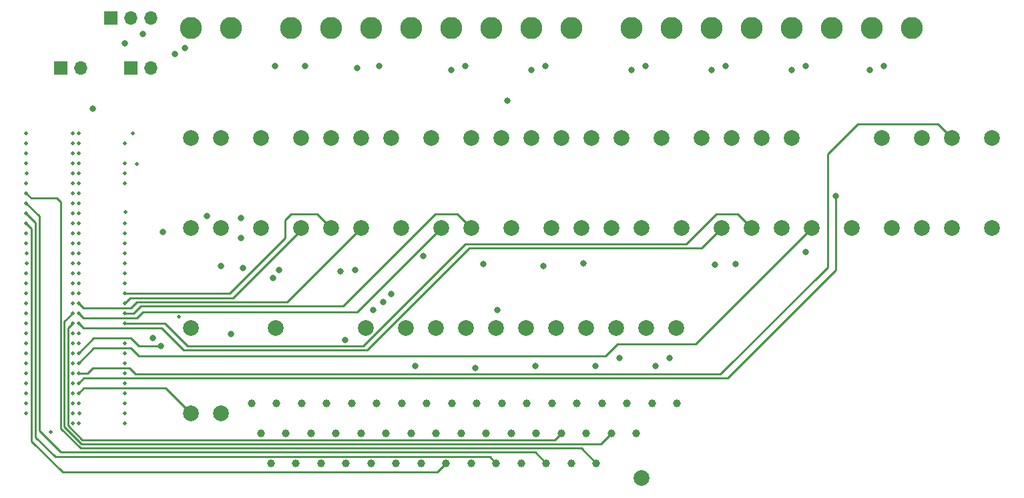
<source format=gbr>
%TF.GenerationSoftware,KiCad,Pcbnew,(6.0.5)*%
%TF.CreationDate,2023-01-12T09:35:20-05:00*%
%TF.ProjectId,breakout,62726561-6b6f-4757-942e-6b696361645f,rev?*%
%TF.SameCoordinates,Original*%
%TF.FileFunction,Copper,L6,Inr*%
%TF.FilePolarity,Positive*%
%FSLAX46Y46*%
G04 Gerber Fmt 4.6, Leading zero omitted, Abs format (unit mm)*
G04 Created by KiCad (PCBNEW (6.0.5)) date 2023-01-12 09:35:20*
%MOMM*%
%LPD*%
G01*
G04 APERTURE LIST*
%TA.AperFunction,ComponentPad*%
%ADD10C,2.000000*%
%TD*%
%TA.AperFunction,ComponentPad*%
%ADD11C,1.000000*%
%TD*%
%TA.AperFunction,ComponentPad*%
%ADD12C,2.800000*%
%TD*%
%TA.AperFunction,ComponentPad*%
%ADD13R,1.700000X1.700000*%
%TD*%
%TA.AperFunction,ComponentPad*%
%ADD14O,1.700000X1.700000*%
%TD*%
%TA.AperFunction,ViaPad*%
%ADD15C,0.500000*%
%TD*%
%TA.AperFunction,ViaPad*%
%ADD16C,0.800000*%
%TD*%
%TA.AperFunction,Conductor*%
%ADD17C,0.250000*%
%TD*%
G04 APERTURE END LIST*
D10*
%TO.N,/SEP3_RET*%
%TO.C,TP28*%
X128905000Y-105410000D03*
%TD*%
D11*
%TO.N,/H2-13*%
%TO.C,TP9*%
X116840000Y-118745000D03*
%TD*%
%TO.N,/H2-3*%
%TO.C,TP4*%
X97790000Y-118745000D03*
%TD*%
%TO.N,/H1-42*%
%TO.C,TP83*%
X134685000Y-114935000D03*
%TD*%
%TO.N,/H2-4*%
%TO.C,TP94*%
X100965000Y-118745000D03*
%TD*%
%TO.N,/H2-16*%
%TO.C,TP100*%
X126365000Y-118745000D03*
%TD*%
D10*
%TO.N,/+X_SOLAR_TLE*%
%TO.C,TP91*%
X96520000Y-81280000D03*
%TD*%
D11*
%TO.N,/H2-42*%
%TO.C,TP113*%
X127635000Y-122555000D03*
%TD*%
D10*
%TO.N,/USER_3*%
%TO.C,TP87*%
X179070000Y-92710000D03*
%TD*%
%TO.N,/MOSI*%
%TO.C,TP44*%
X100330000Y-92710000D03*
%TD*%
D11*
%TO.N,/H2-17*%
%TO.C,TP11*%
X129540000Y-118745000D03*
%TD*%
D10*
%TO.N,/VBATT-*%
%TO.C,TP105*%
X144145000Y-105410000D03*
%TD*%
%TO.N,/SEP2_RET*%
%TO.C,TP88*%
X121285000Y-105410000D03*
%TD*%
D12*
%TO.N,/5V_RF*%
%TO.C,TP49*%
X148590000Y-67310000D03*
%TD*%
D10*
%TO.N,/SEP4*%
%TO.C,TP120*%
X132715000Y-105410000D03*
%TD*%
D13*
%TO.N,Net-(P1-Pad1)*%
%TO.C,P1*%
X72390000Y-66040000D03*
D14*
%TO.N,Net-(P1-Pad2)*%
X74930000Y-66040000D03*
%TO.N,Net-(P1-Pad3)*%
X77470000Y-66040000D03*
%TD*%
D11*
%TO.N,/H2-35*%
%TO.C,TP20*%
X105410000Y-122555000D03*
%TD*%
D10*
%TO.N,/RX_2*%
%TO.C,TP42*%
X118110000Y-92710000D03*
%TD*%
D11*
%TO.N,/H1-25*%
%TO.C,TP45*%
X109285000Y-114935000D03*
%TD*%
D13*
%TO.N,Net-(P3-Pad1)*%
%TO.C,P3*%
X74930000Y-72390000D03*
D14*
%TO.N,Net-(P3-Pad2)*%
X77470000Y-72390000D03*
%TD*%
D11*
%TO.N,/H2-20*%
%TO.C,TP102*%
X139065000Y-118745000D03*
%TD*%
D10*
%TO.N,/SEP3*%
%TO.C,TP30*%
X125095000Y-105410000D03*
%TD*%
%TO.N,/GND*%
%TO.C,TP116*%
X166370000Y-92710000D03*
%TD*%
%TO.N,/GND*%
%TO.C,TP116*%
X91440000Y-92710000D03*
%TD*%
D11*
%TO.N,/H2-9*%
%TO.C,TP7*%
X104140000Y-118745000D03*
%TD*%
%TO.N,/H1-31*%
%TO.C,TP48*%
X121985000Y-114935000D03*
%TD*%
%TO.N,/H1-27*%
%TO.C,TP46*%
X112460000Y-114935000D03*
%TD*%
D10*
%TO.N,/CTS_3*%
%TO.C,TP80*%
X135890000Y-92710000D03*
%TD*%
D11*
%TO.N,/H2-39*%
%TO.C,TP22*%
X118110000Y-122555000D03*
%TD*%
D12*
%TO.N,/+Y_SOLAR_PWR*%
%TO.C,TP60*%
X105410000Y-67310000D03*
%TD*%
D11*
%TO.N,/H2-19*%
%TO.C,TP12*%
X135890000Y-118745000D03*
%TD*%
%TO.N,/H2-41*%
%TO.C,TP23*%
X124460000Y-122555000D03*
%TD*%
%TO.N,/H2-15*%
%TO.C,TP10*%
X123190000Y-118745000D03*
%TD*%
%TO.N,/H1-24*%
%TO.C,TP74*%
X106110000Y-114935000D03*
%TD*%
D10*
%TO.N,/GND*%
%TO.C,TP116*%
X91440000Y-81280000D03*
%TD*%
%TO.N,/IRR_ON_OFF*%
%TO.C,TP66*%
X179070000Y-81280000D03*
%TD*%
%TO.N,/GND*%
%TO.C,TP116*%
X142240000Y-81280000D03*
%TD*%
%TO.N,/+Y_SOLAR_TLE*%
%TO.C,TP59*%
X100330000Y-81280000D03*
%TD*%
D11*
%TO.N,/H2-10*%
%TO.C,TP97*%
X107315000Y-118745000D03*
%TD*%
D12*
%TO.N,/GND*%
%TO.C,TP108*%
X143510000Y-67310000D03*
%TD*%
D11*
%TO.N,/H2-43*%
%TO.C,TP24*%
X130810000Y-122555000D03*
%TD*%
D10*
%TO.N,/SEP2*%
%TO.C,TP61*%
X117475000Y-105410000D03*
%TD*%
D12*
%TO.N,/-Z_SOLAR_RTN*%
%TO.C,TP32*%
X130810000Y-67310000D03*
%TD*%
D11*
%TO.N,/H2-14*%
%TO.C,TP99*%
X120015000Y-118745000D03*
%TD*%
D10*
%TO.N,/PB18*%
%TO.C,TP13*%
X86360000Y-116205000D03*
%TD*%
D12*
%TO.N,/+X_SOLAR_RTN*%
%TO.C,TP62*%
X100330000Y-67310000D03*
%TD*%
D10*
%TO.N,/AIN11*%
%TO.C,TP95*%
X133350000Y-81280000D03*
%TD*%
D12*
%TO.N,/-Z_SOLAR_PWR*%
%TO.C,TP2*%
X125730000Y-67310000D03*
%TD*%
D11*
%TO.N,/H2-12*%
%TO.C,TP98*%
X113665000Y-118745000D03*
%TD*%
D10*
%TO.N,/AIN10*%
%TO.C,TP5*%
X129540000Y-81280000D03*
%TD*%
%TO.N,/TX_3*%
%TO.C,TP82*%
X128270000Y-92710000D03*
%TD*%
D12*
%TO.N,/3V3*%
%TO.C,TP16*%
X138430000Y-67310000D03*
%TD*%
D10*
%TO.N,/MB_PC03*%
%TO.C,TP64*%
X82550000Y-116205000D03*
%TD*%
%TO.N,/BUS_RESET*%
%TO.C,TP47*%
X93345000Y-105410000D03*
%TD*%
%TO.N,/SCL*%
%TO.C,TP54*%
X82550000Y-92710000D03*
%TD*%
D11*
%TO.N,/H1-37*%
%TO.C,TP51*%
X128335000Y-114935000D03*
%TD*%
%TO.N,/H1-38*%
%TO.C,TP81*%
X131510000Y-114935000D03*
%TD*%
D10*
%TO.N,/SCK*%
%TO.C,TP43*%
X96520000Y-92710000D03*
%TD*%
D11*
%TO.N,/H2-37*%
%TO.C,TP21*%
X111760000Y-122555000D03*
%TD*%
D10*
%TO.N,/USER_2*%
%TO.C,TP57*%
X175260000Y-92710000D03*
%TD*%
D11*
%TO.N,/H1-45*%
%TO.C,TP55*%
X141035000Y-114935000D03*
%TD*%
%TO.N,/H1-46*%
%TO.C,TP85*%
X144210000Y-114935000D03*
%TD*%
D12*
%TO.N,/+Y_SOLAR_RTN*%
%TO.C,TP29*%
X110490000Y-67310000D03*
%TD*%
D11*
%TO.N,/H1-44*%
%TO.C,TP84*%
X137860000Y-114935000D03*
%TD*%
D10*
%TO.N,/CTS_4*%
%TO.C,TP37*%
X157480000Y-92710000D03*
%TD*%
D11*
%TO.N,/H1-13*%
%TO.C,TP39*%
X96585000Y-114935000D03*
%TD*%
D10*
%TO.N,/VBURN2*%
%TO.C,TP63*%
X86360000Y-81280000D03*
%TD*%
%TO.N,/GND*%
%TO.C,TP116*%
X113030000Y-81280000D03*
%TD*%
%TO.N,/RX_3*%
%TO.C,TP52*%
X132080000Y-92710000D03*
%TD*%
%TO.N,/-Z_SOLAR_TLE*%
%TO.C,TP1*%
X107950000Y-81280000D03*
%TD*%
D11*
%TO.N,/H2-38*%
%TO.C,TP111*%
X114935000Y-122555000D03*
%TD*%
D10*
%TO.N,/RBF*%
%TO.C,TP40*%
X140335000Y-105410000D03*
%TD*%
%TO.N,/GND*%
%TO.C,TP116*%
X109220000Y-92710000D03*
%TD*%
%TO.N,/AIN4*%
%TO.C,TP6*%
X121920000Y-81280000D03*
%TD*%
D12*
%TO.N,/-X_SOLAR_PWR*%
%TO.C,TP90*%
X115570000Y-67310000D03*
%TD*%
D11*
%TO.N,/H2-40*%
%TO.C,TP112*%
X121285000Y-122555000D03*
%TD*%
D10*
%TO.N,/VBURN1*%
%TO.C,TP33*%
X82550000Y-81280000D03*
%TD*%
D11*
%TO.N,/H1-12*%
%TO.C,TP68*%
X93410000Y-114935000D03*
%TD*%
D10*
%TO.N,/GND*%
%TO.C,TP116*%
X184150000Y-81280000D03*
%TD*%
D11*
%TO.N,/H1-34*%
%TO.C,TP79*%
X125160000Y-114935000D03*
%TD*%
D13*
%TO.N,Net-(P2-Pad1)*%
%TO.C,P2*%
X66040000Y-72390000D03*
D14*
%TO.N,Net-(P2-Pad2)*%
X68580000Y-72390000D03*
%TD*%
D10*
%TO.N,/PICO_PW_EN*%
%TO.C,TP103*%
X151130000Y-81280000D03*
%TD*%
%TO.N,/GND*%
%TO.C,TP116*%
X144780000Y-92710000D03*
%TD*%
%TO.N,/TX_2*%
%TO.C,TP72*%
X114300000Y-92710000D03*
%TD*%
D11*
%TO.N,/H2-1*%
%TO.C,TP3*%
X91440000Y-118745000D03*
%TD*%
D10*
%TO.N,/GND*%
%TO.C,TP116*%
X139700000Y-124460000D03*
%TD*%
D11*
%TO.N,/H2-34*%
%TO.C,TP109*%
X102235000Y-122555000D03*
%TD*%
%TO.N,/H1-14*%
%TO.C,TP69*%
X99760000Y-114935000D03*
%TD*%
D10*
%TO.N,/AIN7*%
%TO.C,TP96*%
X125730000Y-81280000D03*
%TD*%
%TO.N,/IRR_PW_EN*%
%TO.C,TP36*%
X175260000Y-81280000D03*
%TD*%
D11*
%TO.N,/H2-36*%
%TO.C,TP110*%
X108585000Y-122555000D03*
%TD*%
%TO.N,/H2-18*%
%TO.C,TP101*%
X132715000Y-118745000D03*
%TD*%
D10*
%TO.N,/TX_4*%
%TO.C,TP71*%
X149860000Y-92710000D03*
%TD*%
%TO.N,/3V3REF*%
%TO.C,TP75*%
X118110000Y-81280000D03*
%TD*%
D11*
%TO.N,/H2-2*%
%TO.C,TP93*%
X94615000Y-118745000D03*
%TD*%
%TO.N,/H1-16*%
%TO.C,TP70*%
X102935000Y-114935000D03*
%TD*%
%TO.N,/H2-11*%
%TO.C,TP8*%
X110490000Y-118745000D03*
%TD*%
D10*
%TO.N,/SELF_TEST*%
%TO.C,TP56*%
X82550000Y-105410000D03*
%TD*%
D12*
%TO.N,/5V_USB*%
%TO.C,TP78*%
X168910000Y-67310000D03*
%TD*%
D10*
%TO.N,/SEP1*%
%TO.C,TP31*%
X109855000Y-105410000D03*
%TD*%
D11*
%TO.N,/H2-23*%
%TO.C,TP14*%
X92710000Y-122555000D03*
%TD*%
D12*
%TO.N,/VBATT-*%
%TO.C,TP27*%
X87630000Y-67310000D03*
%TD*%
D10*
%TO.N,/GND*%
%TO.C,TP116*%
X184150000Y-92710000D03*
%TD*%
D12*
%TO.N,/GND*%
%TO.C,TP107*%
X153670000Y-67310000D03*
%TD*%
D10*
%TO.N,/PYLD_SERVO_PWR_CTRL*%
%TO.C,TP35*%
X154940000Y-81280000D03*
%TD*%
D11*
%TO.N,/H2-24*%
%TO.C,TP104*%
X95885000Y-122555000D03*
%TD*%
D12*
%TO.N,/-X_SOLAR_RTN*%
%TO.C,TP119*%
X120650000Y-67310000D03*
%TD*%
%TO.N,/VBATT+*%
%TO.C,TP25*%
X82550000Y-67310000D03*
%TD*%
%TO.N,/+X_SOLAR_PWR*%
%TO.C,TP92*%
X95250000Y-67310000D03*
%TD*%
D10*
%TO.N,/USER_1*%
%TO.C,TP86*%
X171450000Y-92710000D03*
%TD*%
D11*
%TO.N,/H2-33*%
%TO.C,TP19*%
X99060000Y-122555000D03*
%TD*%
%TO.N,/H1-3*%
%TO.C,TP34*%
X90235000Y-114935000D03*
%TD*%
%TO.N,/H1-28*%
%TO.C,TP76*%
X115635000Y-114935000D03*
%TD*%
D10*
%TO.N,/GND*%
%TO.C,TP116*%
X104775000Y-105410000D03*
%TD*%
D12*
%TO.N,/GND*%
%TO.C,TP17*%
X163830000Y-67310000D03*
%TD*%
D10*
%TO.N,/MISO*%
%TO.C,TP73*%
X104140000Y-92710000D03*
%TD*%
%TO.N,/SEP1_RET*%
%TO.C,TP58*%
X113665000Y-105410000D03*
%TD*%
%TO.N,/RTS_4*%
%TO.C,TP67*%
X161290000Y-92710000D03*
%TD*%
%TO.N,/RTS_3*%
%TO.C,TP50*%
X139700000Y-92710000D03*
%TD*%
%TO.N,/-X_SOLAR_TLE*%
%TO.C,TP89*%
X104140000Y-81280000D03*
%TD*%
%TO.N,/AGND*%
%TO.C,TP18*%
X137160000Y-81280000D03*
%TD*%
D12*
%TO.N,/5V_PYLD*%
%TO.C,TP15*%
X158750000Y-67310000D03*
%TD*%
D10*
%TO.N,/PYLD_RST*%
%TO.C,TP65*%
X158750000Y-81280000D03*
%TD*%
%TO.N,/PYLD_PW_EN*%
%TO.C,TP38*%
X147320000Y-81280000D03*
%TD*%
%TO.N,/RX_4*%
%TO.C,TP41*%
X153670000Y-92710000D03*
%TD*%
%TO.N,/GND*%
%TO.C,TP116*%
X170180000Y-81280000D03*
%TD*%
%TO.N,/SEP4_RET*%
%TO.C,TP118*%
X136525000Y-105410000D03*
%TD*%
D11*
%TO.N,/H2-44*%
%TO.C,TP114*%
X133985000Y-122555000D03*
%TD*%
D12*
%TO.N,/GND*%
%TO.C,TP26*%
X173990000Y-67310000D03*
%TD*%
D10*
%TO.N,/SDA*%
%TO.C,TP53*%
X86360000Y-92710000D03*
%TD*%
D11*
%TO.N,/H1-30*%
%TO.C,TP77*%
X118810000Y-114935000D03*
%TD*%
D10*
%TO.N,/GND*%
%TO.C,TP116*%
X123190000Y-92710000D03*
%TD*%
D15*
%TO.N,/GND*%
X61722000Y-85726790D03*
D16*
%TO.N,Net-(D15-Pad2)*%
X132334000Y-97155000D03*
D15*
%TO.N,/GND*%
X61722000Y-95886790D03*
X61722000Y-97156790D03*
%TO.N,/VBATT-*%
X61687000Y-84456790D03*
D16*
X70104000Y-77560689D03*
D15*
X67537506Y-84453140D03*
D16*
%TO.N,Net-(D1-Pad2)*%
X110998000Y-110201700D03*
%TO.N,Net-(D2-Pad2)*%
X118618000Y-110490000D03*
%TO.N,Net-(D3-Pad2)*%
X126238000Y-110236000D03*
D15*
%TO.N,/GND*%
X67537506Y-97153140D03*
X67537506Y-85723140D03*
D16*
%TO.N,Net-(D4-Pad2)*%
X86360000Y-97536000D03*
%TO.N,Net-(D5-Pad2)*%
X133858000Y-110236000D03*
%TO.N,Net-(D6-Pad2)*%
X141478000Y-110236000D03*
D15*
%TO.N,/VBATT+*%
X67537506Y-86993140D03*
X61687000Y-86996790D03*
D16*
X74168000Y-69215000D03*
%TO.N,Net-(D7-Pad2)*%
X101496500Y-98147500D03*
%TO.N,Net-(D8-Pad2)*%
X80518000Y-70612000D03*
%TO.N,Net-(D9-Pad2)*%
X103378000Y-98044000D03*
%TO.N,Net-(D10-Pad2)*%
X93218000Y-72136000D03*
%TO.N,Net-(D11-Pad2)*%
X119634000Y-97282000D03*
%TO.N,Net-(D12-Pad2)*%
X103632000Y-72390000D03*
%TO.N,Net-(D13-Pad2)*%
X112014000Y-96266000D03*
%TO.N,Net-(D14-Pad2)*%
X115570000Y-72644000D03*
%TO.N,Net-(D16-Pad1)*%
X127508000Y-72136000D03*
%TO.N,Net-(D17-Pad2)*%
X127254000Y-97536000D03*
%TO.N,Net-(D18-Pad1)*%
X140208000Y-72136000D03*
%TO.N,Net-(D18-Pad2)*%
X138430000Y-72644000D03*
%TO.N,Net-(D19-Pad2)*%
X151638000Y-97282000D03*
%TO.N,Net-(D20-Pad1)*%
X160528000Y-72136000D03*
%TO.N,Net-(D20-Pad2)*%
X158750000Y-72644000D03*
%TO.N,Net-(D21-Pad2)*%
X149037769Y-97342231D03*
%TO.N,Net-(D22-Pad1)*%
X150368000Y-72136000D03*
%TO.N,Net-(D22-Pad2)*%
X148590000Y-72644000D03*
%TO.N,Net-(D6-Pad1)*%
X143256000Y-109220000D03*
%TO.N,Net-(D8-Pad1)*%
X81788000Y-69850000D03*
%TO.N,Net-(D10-Pad1)*%
X97028000Y-72136000D03*
%TO.N,Net-(D12-Pad1)*%
X106426000Y-72136000D03*
%TO.N,Net-(D14-Pad1)*%
X117348000Y-72136000D03*
%TO.N,Net-(D16-Pad2)*%
X125730000Y-72644000D03*
D15*
%TO.N,/SEP1*%
X74203000Y-117473210D03*
%TO.N,/SEP2*%
X68326000Y-117475000D03*
%TO.N,/SEP3*%
X67537506Y-80643140D03*
%TO.N,/SEP4*%
X61687000Y-80646790D03*
%TO.N,/RBF*%
X81026000Y-103955700D03*
%TO.N,/MOSI*%
X74201210Y-100965000D03*
%TO.N,/MISO*%
X68326000Y-102235000D03*
%TO.N,/+X_SOLAR_PWR*%
X61687000Y-116206790D03*
%TO.N,/RX_2*%
X74203000Y-103503210D03*
%TO.N,/+Y_SOLAR_PWR*%
X75184000Y-80643210D03*
%TO.N,/TX_2*%
X68326000Y-103505000D03*
%TO.N,/-X_SOLAR_PWR*%
X68326000Y-80645000D03*
%TO.N,/RX_3*%
X74283512Y-90619966D03*
%TO.N,/-Z_SOLAR_PWR*%
X67537506Y-116203140D03*
%TO.N,/TX_3*%
X68326000Y-90805000D03*
%TO.N,/3V3*%
X67537506Y-98423140D03*
X61687000Y-98426790D03*
%TO.N,/RX_4*%
X74203000Y-104773210D03*
%TO.N,/5V_PYLD*%
X61687000Y-99696790D03*
X67537506Y-99693140D03*
%TO.N,/TX_4*%
X68326000Y-104775000D03*
%TO.N,/5V_RF*%
X74203000Y-94613210D03*
%TO.N,/SEP4_RET*%
X61687000Y-83186790D03*
%TO.N,/SEP3_RET*%
X67537506Y-83183140D03*
%TO.N,/SEP2_RET*%
X68326000Y-83185000D03*
%TO.N,/SEP1_RET*%
X75696367Y-84514779D03*
%TO.N,/SELF_TEST*%
X74203000Y-85723210D03*
%TO.N,/BUS_RESET*%
X74203000Y-97153210D03*
%TO.N,/-Z_SOLAR_TLE*%
X67537506Y-117473140D03*
%TO.N,/H2-1*%
X67537506Y-114933140D03*
%TO.N,/H2-3*%
X67537506Y-113663140D03*
%TO.N,/AIN10*%
X67537506Y-112393140D03*
%TO.N,/AIN4*%
X67537506Y-111123140D03*
%TO.N,/H2-9*%
X67537506Y-109853140D03*
%TO.N,/H2-11*%
X67537506Y-108583140D03*
%TO.N,/H2-13*%
X67537506Y-107313140D03*
%TO.N,/H2-15*%
X67537506Y-106043140D03*
%TO.N,/H2-17*%
X67537506Y-104773140D03*
%TO.N,/H2-19*%
X67537506Y-103503140D03*
%TO.N,/PB18*%
X67537506Y-102233140D03*
%TO.N,/H2-23*%
X67537506Y-100963140D03*
%TO.N,/AGND*%
X67537506Y-95883140D03*
%TO.N,/H2-33*%
X67537506Y-94613140D03*
%TO.N,/H2-35*%
X67537506Y-93343140D03*
D16*
X102108000Y-106934000D03*
X89154000Y-97790000D03*
D15*
%TO.N,/H2-37*%
X67537506Y-92073140D03*
D16*
X105664000Y-103124000D03*
X78994000Y-93218000D03*
%TO.N,/H2-39*%
X84582000Y-91186000D03*
X106934000Y-102108000D03*
D15*
X67537506Y-90803140D03*
%TO.N,/H2-41*%
X67537506Y-89533140D03*
D16*
X88900000Y-91440000D03*
X107950000Y-101092000D03*
D15*
%TO.N,/H2-43*%
X67537506Y-88263140D03*
%TO.N,/+Y_SOLAR_RTN*%
X67537506Y-81913140D03*
%TO.N,/-Z_SOLAR_RTN*%
X74203000Y-116203210D03*
%TO.N,/VBURN1*%
X74203000Y-114933210D03*
%TO.N,/H1-3*%
X74203000Y-113663210D03*
%TO.N,/PYLD_SERVO_PWR_CTRL*%
X74203000Y-112393210D03*
%TO.N,/IRR_PW_EN*%
X74203000Y-111123210D03*
%TO.N,/CTS_4*%
X74203000Y-109853210D03*
%TO.N,/PYLD_PW_EN*%
X74203000Y-108583210D03*
%TO.N,/H1-13*%
X74203000Y-107313210D03*
%TO.N,/SCK*%
X74203000Y-102233210D03*
%TO.N,/H1-25*%
X74203000Y-99693210D03*
%TO.N,/H1-27*%
X74203000Y-98423210D03*
%TO.N,/H1-31*%
X74203000Y-95883210D03*
%TO.N,/RTS_3*%
X74203000Y-93343210D03*
%TO.N,/H1-37*%
X74203000Y-92073210D03*
%TO.N,/H1-45*%
X74203000Y-86993210D03*
%TO.N,/USER_2*%
X74203000Y-84453210D03*
%TO.N,/+Y_SOLAR_TLE*%
X74203000Y-81913210D03*
%TO.N,/+X_SOLAR_RTN*%
X68378452Y-116218113D03*
%TO.N,/VBURN2*%
X68326000Y-114935000D03*
%TO.N,/MB_PC03*%
X68326000Y-113665000D03*
%TO.N,/PYLD_RST*%
X68326000Y-112395000D03*
D16*
X164338000Y-88646000D03*
D15*
%TO.N,/IRR_ON_OFF*%
X68326000Y-111125000D03*
%TO.N,/RTS_4*%
X68326000Y-109855000D03*
%TO.N,/H1-12*%
X68326000Y-108585000D03*
D16*
X78740000Y-107696000D03*
%TO.N,/H1-14*%
X77724000Y-106680000D03*
D15*
X68326000Y-107315000D03*
%TO.N,/H1-16*%
X68326000Y-106045000D03*
D16*
X87630000Y-106172000D03*
D15*
%TO.N,/H1-24*%
X68326000Y-100965000D03*
%TO.N,/3V3REF*%
X68326000Y-99695000D03*
D16*
%TO.N,/H1-28*%
X92964000Y-99057521D03*
D15*
X68326000Y-98425000D03*
%TO.N,/H1-30*%
X68326000Y-97155000D03*
D16*
X93726000Y-98044000D03*
D15*
%TO.N,/5V_USB*%
X68326000Y-95885000D03*
D16*
X76454000Y-68072000D03*
%TO.N,/H1-34*%
X88900000Y-93980000D03*
D15*
X68326000Y-94615000D03*
%TO.N,/CTS_3*%
X68326000Y-93345000D03*
%TO.N,/H1-38*%
X68326000Y-92075000D03*
%TO.N,/H1-42*%
X68326000Y-89535000D03*
%TO.N,/H1-44*%
X68326000Y-88265000D03*
%TO.N,/H1-46*%
X68326000Y-86995000D03*
%TO.N,/USER_1*%
X68326000Y-85725000D03*
%TO.N,/USER_3*%
X68326000Y-84455000D03*
%TO.N,/-X_SOLAR_TLE*%
X68326000Y-81915000D03*
%TO.N,/+X_SOLAR_TLE*%
X64794735Y-118618000D03*
%TO.N,/H2-2*%
X61687000Y-114936790D03*
%TO.N,/H2-4*%
X61687000Y-113666790D03*
%TO.N,/AIN11*%
X61687000Y-112396790D03*
%TO.N,/AIN7*%
X61687000Y-111126790D03*
%TO.N,/H2-10*%
X61687000Y-109856790D03*
%TO.N,/H2-12*%
X61687000Y-108586790D03*
%TO.N,/H2-14*%
X61687000Y-107316790D03*
%TO.N,/H2-16*%
X61687000Y-106046790D03*
%TO.N,/H2-18*%
X61687000Y-104776790D03*
%TO.N,/H2-20*%
X61687000Y-103506790D03*
%TO.N,/PICO_PW_EN*%
X61687000Y-102236790D03*
%TO.N,/H2-24*%
X61687000Y-100966790D03*
%TO.N,/H2-34*%
X61687000Y-94616790D03*
%TO.N,/H2-36*%
X61687000Y-93346790D03*
%TO.N,/H2-38*%
X61687000Y-92076790D03*
%TO.N,/H2-40*%
X61687000Y-90806790D03*
%TO.N,/H2-42*%
X61687000Y-89536790D03*
%TO.N,/H2-44*%
X61687000Y-88266790D03*
%TO.N,/-X_SOLAR_RTN*%
X61687000Y-81916790D03*
D16*
%TO.N,/LED_RET_2*%
X136906000Y-109220000D03*
X121412000Y-103124000D03*
X122682000Y-76488300D03*
%TO.N,/LED_RET_1*%
X160528000Y-95758000D03*
%TO.N,Net-(D23-Pad1)*%
X170434000Y-72136000D03*
%TO.N,Net-(D23-Pad2)*%
X168656000Y-72644000D03*
%TD*%
D17*
%TO.N,/H2-40*%
X62852985Y-91972775D02*
X61687000Y-90806790D01*
X62852985Y-119240985D02*
X62852985Y-91972775D01*
X65339289Y-121727289D02*
X62852985Y-119240985D01*
X121285000Y-122555000D02*
X120457289Y-121727289D01*
X120457289Y-121727289D02*
X65339289Y-121727289D01*
%TO.N,/H2-38*%
X62360407Y-119764407D02*
X62360407Y-92750197D01*
X66294000Y-123698000D02*
X62360407Y-119764407D01*
X62360407Y-92750197D02*
X61687000Y-92076790D01*
X113792000Y-123698000D02*
X66294000Y-123698000D01*
X114935000Y-122555000D02*
X113792000Y-123698000D01*
%TO.N,/H2-42*%
X126238000Y-121158000D02*
X127635000Y-122555000D01*
X63331287Y-118449287D02*
X66040000Y-121158000D01*
X63331287Y-91181077D02*
X63331287Y-118449287D01*
X61687000Y-89536790D02*
X63331287Y-91181077D01*
X66040000Y-121158000D02*
X126238000Y-121158000D01*
%TO.N,/RX_4*%
X82169000Y-107696000D02*
X79246210Y-104773210D01*
X79246210Y-104773210D02*
X74203000Y-104773210D01*
X104394000Y-107696000D02*
X82169000Y-107696000D01*
X117348000Y-94742000D02*
X104394000Y-107696000D01*
X151892000Y-90932000D02*
X149225000Y-90932000D01*
X149225000Y-90932000D02*
X145415000Y-94742000D01*
X153670000Y-92710000D02*
X151892000Y-90932000D01*
X145415000Y-94742000D02*
X117348000Y-94742000D01*
%TO.N,/TX_4*%
X68958521Y-105407521D02*
X68326000Y-104775000D01*
X81661000Y-108204000D02*
X78864521Y-105407521D01*
X78864521Y-105407521D02*
X68958521Y-105407521D01*
X117856000Y-95250000D02*
X104902000Y-108204000D01*
X104902000Y-108204000D02*
X81661000Y-108204000D01*
X149860000Y-92710000D02*
X147320000Y-95250000D01*
X147320000Y-95250000D02*
X117856000Y-95250000D01*
%TO.N,/TX_2*%
X76454000Y-103378000D02*
X103632000Y-103378000D01*
X103632000Y-103378000D02*
X114300000Y-92710000D01*
X75694479Y-104137521D02*
X76454000Y-103378000D01*
X68958521Y-104137521D02*
X75694479Y-104137521D01*
X68326000Y-103505000D02*
X68958521Y-104137521D01*
%TO.N,/RX_2*%
X75312790Y-103503210D02*
X74203000Y-103503210D01*
X101854000Y-102616000D02*
X76200000Y-102616000D01*
X113538000Y-90932000D02*
X101854000Y-102616000D01*
X116332000Y-90932000D02*
X113538000Y-90932000D01*
X118110000Y-92710000D02*
X116332000Y-90932000D01*
X76200000Y-102616000D02*
X75312790Y-103503210D01*
%TO.N,/MISO*%
X94742000Y-102108000D02*
X104140000Y-92710000D01*
X75692000Y-102108000D02*
X94742000Y-102108000D01*
X68961000Y-102870000D02*
X74930000Y-102870000D01*
X74930000Y-102870000D02*
X75692000Y-102108000D01*
X68326000Y-102235000D02*
X68961000Y-102870000D01*
%TO.N,/SCK*%
X87884000Y-101600000D02*
X74836210Y-101600000D01*
X96520000Y-92964000D02*
X87884000Y-101600000D01*
X74836210Y-101600000D02*
X74203000Y-102233210D01*
%TO.N,/IRR_ON_OFF*%
X177292000Y-79502000D02*
X179070000Y-81280000D01*
X149705668Y-111252000D02*
X163322000Y-97635668D01*
X163322000Y-83312000D02*
X167132000Y-79502000D01*
X75547399Y-111252000D02*
X149705668Y-111252000D01*
X74787878Y-110492479D02*
X75547399Y-111252000D01*
X70101521Y-110492479D02*
X74787878Y-110492479D01*
X167132000Y-79502000D02*
X177292000Y-79502000D01*
X68326000Y-111125000D02*
X69469000Y-111125000D01*
X69469000Y-111125000D02*
X70101521Y-110492479D01*
X163322000Y-97635668D02*
X163322000Y-83312000D01*
%TO.N,/H2-19*%
X68686418Y-120126660D02*
X66507075Y-117947317D01*
X66507075Y-117947317D02*
X66507075Y-104533571D01*
X134508340Y-120126660D02*
X68686418Y-120126660D01*
X66507075Y-104533571D02*
X67537506Y-103503140D01*
X135890000Y-118745000D02*
X134508340Y-120126660D01*
%TO.N,/H2-44*%
X65535042Y-88897521D02*
X62317731Y-88897521D01*
X66040000Y-89402479D02*
X65535042Y-88897521D01*
X62317731Y-88897521D02*
X61687000Y-88266790D01*
X68569516Y-120650000D02*
X66040000Y-118120484D01*
X132080000Y-120650000D02*
X68569516Y-120650000D01*
X133985000Y-122555000D02*
X132080000Y-120650000D01*
X66040000Y-118120484D02*
X66040000Y-89402479D01*
%TO.N,/MOSI*%
X100330000Y-92710000D02*
X98552000Y-90932000D01*
X95250000Y-90932000D02*
X94488000Y-91694000D01*
X94488000Y-93980000D02*
X87503000Y-100965000D01*
X87503000Y-100965000D02*
X74201210Y-100965000D01*
X98552000Y-90932000D02*
X95250000Y-90932000D01*
X94488000Y-91694000D02*
X94488000Y-93980000D01*
%TO.N,/H2-17*%
X66959795Y-105350851D02*
X67537506Y-104773140D01*
X128712289Y-119572711D02*
X68772711Y-119572711D01*
X129540000Y-118745000D02*
X128712289Y-119572711D01*
X68772711Y-119572711D02*
X66959795Y-117759795D01*
X66959795Y-117759795D02*
X66959795Y-105350851D01*
%TO.N,/MB_PC03*%
X68326000Y-113665000D02*
X68963479Y-113027521D01*
X79372521Y-113027521D02*
X82550000Y-116205000D01*
X68963479Y-113027521D02*
X79372521Y-113027521D01*
%TO.N,/PYLD_RST*%
X150622000Y-111760000D02*
X164338000Y-98044000D01*
X68961000Y-111760000D02*
X150622000Y-111760000D01*
X68326000Y-112395000D02*
X68961000Y-111760000D01*
X164338000Y-98044000D02*
X164338000Y-88646000D01*
%TO.N,/RTS_4*%
X135128000Y-108966000D02*
X75946000Y-108966000D01*
X161290000Y-92710000D02*
X146558000Y-107442000D01*
X136652000Y-107442000D02*
X135128000Y-108966000D01*
X70231000Y-107950000D02*
X68326000Y-109855000D01*
X74930000Y-107950000D02*
X70231000Y-107950000D01*
X75946000Y-108966000D02*
X74930000Y-107950000D01*
X146558000Y-107442000D02*
X136652000Y-107442000D01*
%TO.N,/H1-12*%
X74930000Y-106680000D02*
X75946000Y-107696000D01*
X68326000Y-108585000D02*
X70231000Y-106680000D01*
X70231000Y-106680000D02*
X74930000Y-106680000D01*
X75946000Y-107696000D02*
X78740000Y-107696000D01*
%TD*%
M02*

</source>
